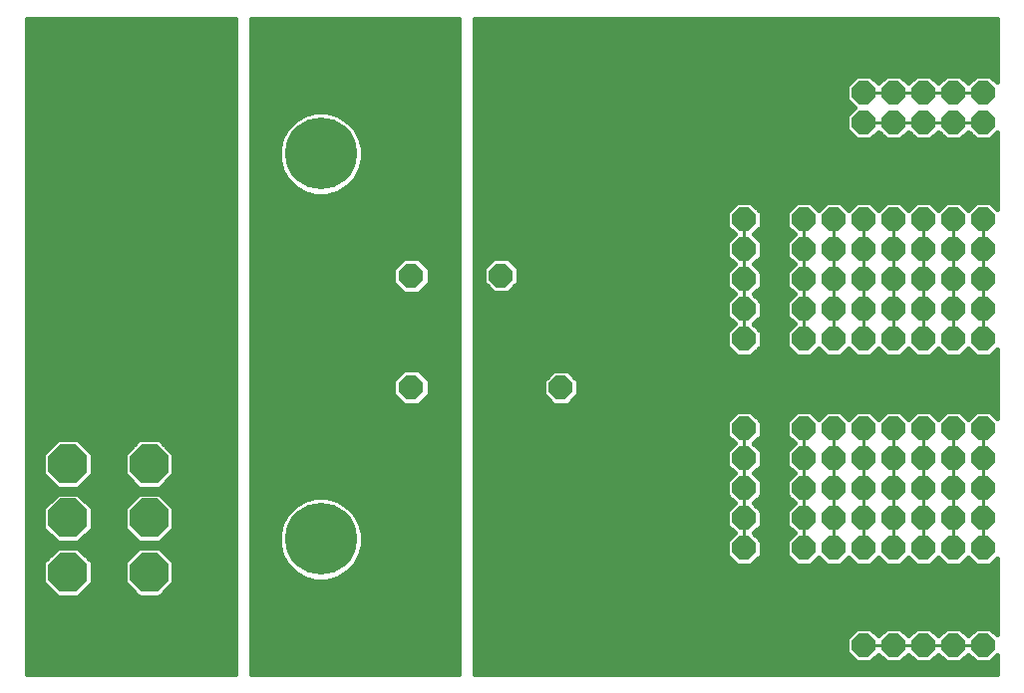
<source format=gbl>
G75*
%MOIN*%
%OFA0B0*%
%FSLAX25Y25*%
%IPPOS*%
%LPD*%
%AMOC8*
5,1,8,0,0,1.08239X$1,22.5*
%
%ADD10OC8,0.08000*%
%ADD11OC8,0.07000*%
%ADD12OC8,0.13000*%
%ADD13OC8,0.09750*%
%ADD14C,0.24000*%
%ADD15C,0.06000*%
%ADD16C,0.01600*%
%ADD17C,0.01000*%
D10*
X0142500Y0101500D03*
X0152500Y0101500D03*
X0172500Y0101500D03*
X0192500Y0101500D03*
X0243750Y0087750D03*
X0253750Y0087750D03*
X0253750Y0077750D03*
X0243750Y0077750D03*
X0243750Y0067750D03*
X0253750Y0067750D03*
X0253750Y0057750D03*
X0243750Y0057750D03*
X0243750Y0047750D03*
X0253750Y0047750D03*
X0273750Y0047750D03*
X0283750Y0047750D03*
X0293750Y0047750D03*
X0303750Y0047750D03*
X0313750Y0047750D03*
X0323750Y0047750D03*
X0333750Y0047750D03*
X0333750Y0057750D03*
X0323750Y0057750D03*
X0313750Y0057750D03*
X0303750Y0057750D03*
X0293750Y0057750D03*
X0283750Y0057750D03*
X0273750Y0057750D03*
X0273750Y0067750D03*
X0283750Y0067750D03*
X0293750Y0067750D03*
X0303750Y0067750D03*
X0313750Y0067750D03*
X0323750Y0067750D03*
X0333750Y0067750D03*
X0333750Y0077750D03*
X0323750Y0077750D03*
X0313750Y0077750D03*
X0303750Y0077750D03*
X0293750Y0077750D03*
X0283750Y0077750D03*
X0273750Y0077750D03*
X0273750Y0087750D03*
X0283750Y0087750D03*
X0293750Y0087750D03*
X0303750Y0087750D03*
X0313750Y0087750D03*
X0323750Y0087750D03*
X0333750Y0087750D03*
X0333750Y0117750D03*
X0323750Y0117750D03*
X0313750Y0117750D03*
X0303750Y0117750D03*
X0293750Y0117750D03*
X0283750Y0117750D03*
X0273750Y0117750D03*
X0273750Y0127750D03*
X0283750Y0127750D03*
X0293750Y0127750D03*
X0303750Y0127750D03*
X0313750Y0127750D03*
X0323750Y0127750D03*
X0333750Y0127750D03*
X0333750Y0137750D03*
X0323750Y0137750D03*
X0313750Y0137750D03*
X0303750Y0137750D03*
X0293750Y0137750D03*
X0283750Y0137750D03*
X0273750Y0137750D03*
X0273750Y0147750D03*
X0283750Y0147750D03*
X0293750Y0147750D03*
X0303750Y0147750D03*
X0313750Y0147750D03*
X0323750Y0147750D03*
X0333750Y0147750D03*
X0333750Y0157750D03*
X0323750Y0157750D03*
X0313750Y0157750D03*
X0303750Y0157750D03*
X0293750Y0157750D03*
X0283750Y0157750D03*
X0273750Y0157750D03*
X0253750Y0157750D03*
X0243750Y0157750D03*
X0243750Y0147750D03*
X0253750Y0147750D03*
X0253750Y0137750D03*
X0243750Y0137750D03*
X0243750Y0127750D03*
X0253750Y0127750D03*
X0253750Y0117750D03*
X0243750Y0117750D03*
X0192500Y0139000D03*
X0172500Y0139000D03*
X0152500Y0139000D03*
X0142500Y0139000D03*
X0293750Y0190250D03*
X0303750Y0190250D03*
X0313750Y0190250D03*
X0323750Y0190250D03*
X0333750Y0190250D03*
X0333750Y0200250D03*
X0323750Y0200250D03*
X0313750Y0200250D03*
X0303750Y0200250D03*
X0293750Y0200250D03*
X0293750Y0025250D03*
X0303750Y0025250D03*
X0313750Y0025250D03*
X0323750Y0025250D03*
X0333750Y0025250D03*
X0333750Y0015250D03*
X0323750Y0015250D03*
X0313750Y0015250D03*
X0303750Y0015250D03*
X0293750Y0015250D03*
D11*
X0026407Y0158518D03*
X0016959Y0159935D03*
X0016959Y0185565D03*
X0026407Y0186982D03*
D12*
X0027650Y0075850D03*
X0027650Y0057750D03*
X0054850Y0057750D03*
X0054850Y0075850D03*
X0054850Y0039650D03*
X0027650Y0039650D03*
D13*
X0022150Y0012750D03*
X0060350Y0012750D03*
X0060350Y0102750D03*
X0022150Y0102750D03*
D14*
X0112250Y0050750D03*
X0112250Y0179750D03*
D15*
X0123750Y0160250D03*
X0123750Y0145250D03*
X0108750Y0145250D03*
X0095000Y0147750D03*
X0077500Y0147750D03*
X0053750Y0147750D03*
X0053750Y0132750D03*
X0053750Y0117750D03*
X0125000Y0085250D03*
X0125000Y0070250D03*
X0151250Y0074000D03*
X0170000Y0059000D03*
X0182500Y0062750D03*
X0182500Y0077750D03*
X0182500Y0047750D03*
X0223750Y0044000D03*
X0223750Y0029000D03*
X0223750Y0014000D03*
X0128750Y0107750D03*
X0128750Y0122750D03*
X0183750Y0151500D03*
X0183750Y0166500D03*
X0183750Y0181500D03*
X0211250Y0185250D03*
X0211250Y0200250D03*
X0211250Y0215250D03*
X0291250Y0216500D03*
X0291250Y0172750D03*
X0056250Y0182750D03*
D16*
X0014050Y0224950D02*
X0014050Y0005550D01*
X0083750Y0005550D01*
X0083750Y0224950D01*
X0014050Y0224950D01*
X0014050Y0224943D02*
X0083750Y0224943D01*
X0083750Y0223345D02*
X0014050Y0223345D01*
X0014050Y0221746D02*
X0083750Y0221746D01*
X0083750Y0220148D02*
X0014050Y0220148D01*
X0014050Y0218549D02*
X0083750Y0218549D01*
X0083750Y0216951D02*
X0014050Y0216951D01*
X0014050Y0215352D02*
X0083750Y0215352D01*
X0083750Y0213753D02*
X0014050Y0213753D01*
X0014050Y0212155D02*
X0083750Y0212155D01*
X0083750Y0210556D02*
X0014050Y0210556D01*
X0014050Y0208958D02*
X0083750Y0208958D01*
X0083750Y0207359D02*
X0014050Y0207359D01*
X0014050Y0205761D02*
X0083750Y0205761D01*
X0083750Y0204162D02*
X0014050Y0204162D01*
X0014050Y0202564D02*
X0083750Y0202564D01*
X0083750Y0200965D02*
X0014050Y0200965D01*
X0014050Y0199367D02*
X0083750Y0199367D01*
X0083750Y0197768D02*
X0014050Y0197768D01*
X0014050Y0196170D02*
X0083750Y0196170D01*
X0083750Y0194571D02*
X0014050Y0194571D01*
X0014050Y0192973D02*
X0083750Y0192973D01*
X0083750Y0191374D02*
X0014050Y0191374D01*
X0014050Y0189776D02*
X0083750Y0189776D01*
X0083750Y0188177D02*
X0014050Y0188177D01*
X0014050Y0186579D02*
X0083750Y0186579D01*
X0083750Y0184980D02*
X0014050Y0184980D01*
X0014050Y0183382D02*
X0083750Y0183382D01*
X0083750Y0181783D02*
X0014050Y0181783D01*
X0014050Y0180185D02*
X0083750Y0180185D01*
X0083750Y0178586D02*
X0014050Y0178586D01*
X0014050Y0176988D02*
X0083750Y0176988D01*
X0083750Y0175389D02*
X0014050Y0175389D01*
X0014050Y0173791D02*
X0083750Y0173791D01*
X0083750Y0172192D02*
X0014050Y0172192D01*
X0014050Y0170594D02*
X0083750Y0170594D01*
X0083750Y0168995D02*
X0014050Y0168995D01*
X0014050Y0167397D02*
X0083750Y0167397D01*
X0083750Y0165798D02*
X0014050Y0165798D01*
X0014050Y0164200D02*
X0083750Y0164200D01*
X0083750Y0162601D02*
X0014050Y0162601D01*
X0014050Y0161003D02*
X0083750Y0161003D01*
X0083750Y0159404D02*
X0014050Y0159404D01*
X0014050Y0157806D02*
X0083750Y0157806D01*
X0083750Y0156207D02*
X0014050Y0156207D01*
X0014050Y0154609D02*
X0083750Y0154609D01*
X0083750Y0153010D02*
X0014050Y0153010D01*
X0014050Y0151412D02*
X0083750Y0151412D01*
X0083750Y0149813D02*
X0014050Y0149813D01*
X0014050Y0148215D02*
X0083750Y0148215D01*
X0083750Y0146616D02*
X0014050Y0146616D01*
X0014050Y0145018D02*
X0083750Y0145018D01*
X0083750Y0143419D02*
X0014050Y0143419D01*
X0014050Y0141820D02*
X0083750Y0141820D01*
X0083750Y0140222D02*
X0014050Y0140222D01*
X0014050Y0138623D02*
X0083750Y0138623D01*
X0083750Y0137025D02*
X0014050Y0137025D01*
X0014050Y0135426D02*
X0083750Y0135426D01*
X0083750Y0133828D02*
X0014050Y0133828D01*
X0014050Y0132229D02*
X0083750Y0132229D01*
X0083750Y0130631D02*
X0014050Y0130631D01*
X0014050Y0129032D02*
X0083750Y0129032D01*
X0083750Y0127434D02*
X0014050Y0127434D01*
X0014050Y0125835D02*
X0083750Y0125835D01*
X0083750Y0124237D02*
X0014050Y0124237D01*
X0014050Y0122638D02*
X0083750Y0122638D01*
X0083750Y0121040D02*
X0014050Y0121040D01*
X0014050Y0119441D02*
X0083750Y0119441D01*
X0083750Y0117843D02*
X0014050Y0117843D01*
X0014050Y0116244D02*
X0083750Y0116244D01*
X0083750Y0114646D02*
X0014050Y0114646D01*
X0014050Y0113047D02*
X0083750Y0113047D01*
X0083750Y0111449D02*
X0014050Y0111449D01*
X0014050Y0109850D02*
X0083750Y0109850D01*
X0083750Y0108252D02*
X0014050Y0108252D01*
X0014050Y0106653D02*
X0083750Y0106653D01*
X0083750Y0105055D02*
X0014050Y0105055D01*
X0014050Y0103456D02*
X0083750Y0103456D01*
X0083750Y0101858D02*
X0014050Y0101858D01*
X0014050Y0100259D02*
X0083750Y0100259D01*
X0083750Y0098661D02*
X0014050Y0098661D01*
X0014050Y0097062D02*
X0083750Y0097062D01*
X0083750Y0095464D02*
X0014050Y0095464D01*
X0014050Y0093865D02*
X0083750Y0093865D01*
X0083750Y0092267D02*
X0014050Y0092267D01*
X0014050Y0090668D02*
X0083750Y0090668D01*
X0083750Y0089070D02*
X0014050Y0089070D01*
X0014050Y0087471D02*
X0083750Y0087471D01*
X0083750Y0085873D02*
X0014050Y0085873D01*
X0014050Y0084274D02*
X0083750Y0084274D01*
X0083750Y0082676D02*
X0059762Y0082676D01*
X0058288Y0084150D02*
X0051412Y0084150D01*
X0046550Y0079288D01*
X0046550Y0072412D01*
X0051412Y0067550D01*
X0058288Y0067550D01*
X0063150Y0072412D01*
X0063150Y0079288D01*
X0058288Y0084150D01*
X0061361Y0081077D02*
X0083750Y0081077D01*
X0083750Y0079479D02*
X0062959Y0079479D01*
X0063150Y0077880D02*
X0083750Y0077880D01*
X0083750Y0076282D02*
X0063150Y0076282D01*
X0063150Y0074683D02*
X0083750Y0074683D01*
X0083750Y0073084D02*
X0063150Y0073084D01*
X0062224Y0071486D02*
X0083750Y0071486D01*
X0083750Y0069887D02*
X0060625Y0069887D01*
X0059027Y0068289D02*
X0083750Y0068289D01*
X0083750Y0066690D02*
X0014050Y0066690D01*
X0014050Y0065092D02*
X0023254Y0065092D01*
X0024212Y0066050D02*
X0019350Y0061188D01*
X0019350Y0054312D01*
X0024212Y0049450D01*
X0031088Y0049450D01*
X0035950Y0054312D01*
X0035950Y0061188D01*
X0031088Y0066050D01*
X0024212Y0066050D01*
X0024212Y0067550D02*
X0031088Y0067550D01*
X0035950Y0072412D01*
X0035950Y0079288D01*
X0031088Y0084150D01*
X0024212Y0084150D01*
X0019350Y0079288D01*
X0019350Y0072412D01*
X0024212Y0067550D01*
X0023473Y0068289D02*
X0014050Y0068289D01*
X0014050Y0069887D02*
X0021875Y0069887D01*
X0020276Y0071486D02*
X0014050Y0071486D01*
X0014050Y0073084D02*
X0019350Y0073084D01*
X0019350Y0074683D02*
X0014050Y0074683D01*
X0014050Y0076282D02*
X0019350Y0076282D01*
X0019350Y0077880D02*
X0014050Y0077880D01*
X0014050Y0079479D02*
X0019541Y0079479D01*
X0021139Y0081077D02*
X0014050Y0081077D01*
X0014050Y0082676D02*
X0022738Y0082676D01*
X0032562Y0082676D02*
X0049938Y0082676D01*
X0048339Y0081077D02*
X0034161Y0081077D01*
X0035759Y0079479D02*
X0046741Y0079479D01*
X0046550Y0077880D02*
X0035950Y0077880D01*
X0035950Y0076282D02*
X0046550Y0076282D01*
X0046550Y0074683D02*
X0035950Y0074683D01*
X0035950Y0073084D02*
X0046550Y0073084D01*
X0047476Y0071486D02*
X0035024Y0071486D01*
X0033425Y0069887D02*
X0049075Y0069887D01*
X0050673Y0068289D02*
X0031827Y0068289D01*
X0032046Y0065092D02*
X0050454Y0065092D01*
X0051412Y0066050D02*
X0046550Y0061188D01*
X0046550Y0054312D01*
X0051412Y0049450D01*
X0058288Y0049450D01*
X0063150Y0054312D01*
X0063150Y0061188D01*
X0058288Y0066050D01*
X0051412Y0066050D01*
X0048855Y0063493D02*
X0033645Y0063493D01*
X0035243Y0061895D02*
X0047257Y0061895D01*
X0046550Y0060296D02*
X0035950Y0060296D01*
X0035950Y0058698D02*
X0046550Y0058698D01*
X0046550Y0057099D02*
X0035950Y0057099D01*
X0035950Y0055501D02*
X0046550Y0055501D01*
X0046960Y0053902D02*
X0035540Y0053902D01*
X0033942Y0052304D02*
X0048558Y0052304D01*
X0050157Y0050705D02*
X0032343Y0050705D01*
X0031088Y0047950D02*
X0024212Y0047950D01*
X0019350Y0043088D01*
X0019350Y0036212D01*
X0024212Y0031350D01*
X0031088Y0031350D01*
X0035950Y0036212D01*
X0035950Y0043088D01*
X0031088Y0047950D01*
X0031530Y0047508D02*
X0050970Y0047508D01*
X0051412Y0047950D02*
X0046550Y0043088D01*
X0046550Y0036212D01*
X0051412Y0031350D01*
X0058288Y0031350D01*
X0063150Y0036212D01*
X0063150Y0043088D01*
X0058288Y0047950D01*
X0051412Y0047950D01*
X0049372Y0045910D02*
X0033128Y0045910D01*
X0034727Y0044311D02*
X0047773Y0044311D01*
X0046550Y0042713D02*
X0035950Y0042713D01*
X0035950Y0041114D02*
X0046550Y0041114D01*
X0046550Y0039516D02*
X0035950Y0039516D01*
X0035950Y0037917D02*
X0046550Y0037917D01*
X0046550Y0036319D02*
X0035950Y0036319D01*
X0034458Y0034720D02*
X0048042Y0034720D01*
X0049640Y0033122D02*
X0032860Y0033122D01*
X0031261Y0031523D02*
X0051239Y0031523D01*
X0058461Y0031523D02*
X0083750Y0031523D01*
X0083750Y0029925D02*
X0014050Y0029925D01*
X0014050Y0031523D02*
X0024039Y0031523D01*
X0022440Y0033122D02*
X0014050Y0033122D01*
X0014050Y0034720D02*
X0020842Y0034720D01*
X0019350Y0036319D02*
X0014050Y0036319D01*
X0014050Y0037917D02*
X0019350Y0037917D01*
X0019350Y0039516D02*
X0014050Y0039516D01*
X0014050Y0041114D02*
X0019350Y0041114D01*
X0019350Y0042713D02*
X0014050Y0042713D01*
X0014050Y0044311D02*
X0020573Y0044311D01*
X0022172Y0045910D02*
X0014050Y0045910D01*
X0014050Y0047508D02*
X0023770Y0047508D01*
X0022957Y0050705D02*
X0014050Y0050705D01*
X0014050Y0049107D02*
X0083750Y0049107D01*
X0083750Y0050705D02*
X0059543Y0050705D01*
X0061142Y0052304D02*
X0083750Y0052304D01*
X0083750Y0053902D02*
X0062740Y0053902D01*
X0063150Y0055501D02*
X0083750Y0055501D01*
X0083750Y0057099D02*
X0063150Y0057099D01*
X0063150Y0058698D02*
X0083750Y0058698D01*
X0083750Y0060296D02*
X0063150Y0060296D01*
X0062443Y0061895D02*
X0083750Y0061895D01*
X0083750Y0063493D02*
X0060845Y0063493D01*
X0059246Y0065092D02*
X0083750Y0065092D01*
X0083750Y0047508D02*
X0058730Y0047508D01*
X0060328Y0045910D02*
X0083750Y0045910D01*
X0083750Y0044311D02*
X0061927Y0044311D01*
X0063150Y0042713D02*
X0083750Y0042713D01*
X0083750Y0041114D02*
X0063150Y0041114D01*
X0063150Y0039516D02*
X0083750Y0039516D01*
X0083750Y0037917D02*
X0063150Y0037917D01*
X0063150Y0036319D02*
X0083750Y0036319D01*
X0083750Y0034720D02*
X0061658Y0034720D01*
X0060060Y0033122D02*
X0083750Y0033122D01*
X0083750Y0028326D02*
X0014050Y0028326D01*
X0014050Y0026728D02*
X0083750Y0026728D01*
X0083750Y0025129D02*
X0014050Y0025129D01*
X0014050Y0023531D02*
X0083750Y0023531D01*
X0083750Y0021932D02*
X0014050Y0021932D01*
X0014050Y0020334D02*
X0083750Y0020334D01*
X0083750Y0018735D02*
X0014050Y0018735D01*
X0014050Y0017137D02*
X0083750Y0017137D01*
X0083750Y0015538D02*
X0014050Y0015538D01*
X0014050Y0013940D02*
X0083750Y0013940D01*
X0083750Y0012341D02*
X0014050Y0012341D01*
X0014050Y0010743D02*
X0083750Y0010743D01*
X0083750Y0009144D02*
X0014050Y0009144D01*
X0014050Y0007546D02*
X0083750Y0007546D01*
X0083750Y0005947D02*
X0014050Y0005947D01*
X0014050Y0052304D02*
X0021358Y0052304D01*
X0019760Y0053902D02*
X0014050Y0053902D01*
X0014050Y0055501D02*
X0019350Y0055501D01*
X0019350Y0057099D02*
X0014050Y0057099D01*
X0014050Y0058698D02*
X0019350Y0058698D01*
X0019350Y0060296D02*
X0014050Y0060296D01*
X0014050Y0061895D02*
X0020057Y0061895D01*
X0021655Y0063493D02*
X0014050Y0063493D01*
X0163750Y0063493D02*
X0249804Y0063493D01*
X0250548Y0062750D02*
X0247950Y0060152D01*
X0247950Y0055348D01*
X0250548Y0052750D01*
X0247950Y0050152D01*
X0247950Y0045348D01*
X0251348Y0041950D01*
X0256152Y0041950D01*
X0259550Y0045348D01*
X0259550Y0050152D01*
X0256952Y0052750D01*
X0259550Y0055348D01*
X0259550Y0060152D01*
X0256952Y0062750D01*
X0259550Y0065348D01*
X0259550Y0070152D01*
X0256952Y0072750D01*
X0259550Y0075348D01*
X0259550Y0080152D01*
X0256952Y0082750D01*
X0259550Y0085348D01*
X0259550Y0090152D01*
X0256152Y0093550D01*
X0251348Y0093550D01*
X0247950Y0090152D01*
X0247950Y0085348D01*
X0250548Y0082750D01*
X0247950Y0080152D01*
X0247950Y0075348D01*
X0250548Y0072750D01*
X0247950Y0070152D01*
X0247950Y0065348D01*
X0250548Y0062750D01*
X0249693Y0061895D02*
X0163750Y0061895D01*
X0163750Y0060296D02*
X0248094Y0060296D01*
X0247950Y0058698D02*
X0163750Y0058698D01*
X0163750Y0057099D02*
X0247950Y0057099D01*
X0247950Y0055501D02*
X0163750Y0055501D01*
X0163750Y0053902D02*
X0249395Y0053902D01*
X0250101Y0052304D02*
X0163750Y0052304D01*
X0163750Y0050705D02*
X0248503Y0050705D01*
X0247950Y0049107D02*
X0163750Y0049107D01*
X0163750Y0047508D02*
X0247950Y0047508D01*
X0247950Y0045910D02*
X0163750Y0045910D01*
X0163750Y0044311D02*
X0248986Y0044311D01*
X0250585Y0042713D02*
X0163750Y0042713D01*
X0163750Y0041114D02*
X0338450Y0041114D01*
X0338450Y0039516D02*
X0163750Y0039516D01*
X0163750Y0037917D02*
X0338450Y0037917D01*
X0338450Y0036319D02*
X0163750Y0036319D01*
X0163750Y0034720D02*
X0338450Y0034720D01*
X0338450Y0033122D02*
X0163750Y0033122D01*
X0163750Y0031523D02*
X0338450Y0031523D01*
X0338450Y0029925D02*
X0163750Y0029925D01*
X0163750Y0028326D02*
X0338450Y0028326D01*
X0338450Y0026728D02*
X0163750Y0026728D01*
X0163750Y0025129D02*
X0338450Y0025129D01*
X0338450Y0023531D02*
X0163750Y0023531D01*
X0163750Y0021932D02*
X0338450Y0021932D01*
X0338450Y0020334D02*
X0336869Y0020334D01*
X0336152Y0021050D02*
X0338450Y0018752D01*
X0338450Y0044248D01*
X0336152Y0041950D01*
X0331348Y0041950D01*
X0328750Y0044548D01*
X0326152Y0041950D01*
X0321348Y0041950D01*
X0318750Y0044548D01*
X0316152Y0041950D01*
X0311348Y0041950D01*
X0308750Y0044548D01*
X0306152Y0041950D01*
X0301348Y0041950D01*
X0298750Y0044548D01*
X0296152Y0041950D01*
X0291348Y0041950D01*
X0288750Y0044548D01*
X0286152Y0041950D01*
X0281348Y0041950D01*
X0278750Y0044548D01*
X0276152Y0041950D01*
X0271348Y0041950D01*
X0267950Y0045348D01*
X0267950Y0050152D01*
X0270548Y0052750D01*
X0267950Y0055348D01*
X0267950Y0060152D01*
X0270548Y0062750D01*
X0267950Y0065348D01*
X0267950Y0070152D01*
X0270548Y0072750D01*
X0267950Y0075348D01*
X0267950Y0080152D01*
X0270548Y0082750D01*
X0267950Y0085348D01*
X0267950Y0090152D01*
X0271348Y0093550D01*
X0276152Y0093550D01*
X0278750Y0090952D01*
X0281348Y0093550D01*
X0286152Y0093550D01*
X0288750Y0090952D01*
X0291348Y0093550D01*
X0296152Y0093550D01*
X0298750Y0090952D01*
X0301348Y0093550D01*
X0306152Y0093550D01*
X0308750Y0090952D01*
X0311348Y0093550D01*
X0316152Y0093550D01*
X0318750Y0090952D01*
X0321348Y0093550D01*
X0326152Y0093550D01*
X0328750Y0090952D01*
X0331348Y0093550D01*
X0336152Y0093550D01*
X0338450Y0091252D01*
X0338450Y0114248D01*
X0336152Y0111950D01*
X0331348Y0111950D01*
X0328750Y0114548D01*
X0326152Y0111950D01*
X0321348Y0111950D01*
X0318750Y0114548D01*
X0316152Y0111950D01*
X0311348Y0111950D01*
X0308750Y0114548D01*
X0306152Y0111950D01*
X0301348Y0111950D01*
X0298750Y0114548D01*
X0296152Y0111950D01*
X0291348Y0111950D01*
X0288750Y0114548D01*
X0286152Y0111950D01*
X0281348Y0111950D01*
X0278750Y0114548D01*
X0276152Y0111950D01*
X0271348Y0111950D01*
X0267950Y0115348D01*
X0267950Y0120152D01*
X0270548Y0122750D01*
X0267950Y0125348D01*
X0267950Y0130152D01*
X0270548Y0132750D01*
X0267950Y0135348D01*
X0267950Y0140152D01*
X0270548Y0142750D01*
X0267950Y0145348D01*
X0267950Y0150152D01*
X0270548Y0152750D01*
X0267950Y0155348D01*
X0267950Y0160152D01*
X0271348Y0163550D01*
X0276152Y0163550D01*
X0278750Y0160952D01*
X0281348Y0163550D01*
X0286152Y0163550D01*
X0288750Y0160952D01*
X0291348Y0163550D01*
X0296152Y0163550D01*
X0298750Y0160952D01*
X0301348Y0163550D01*
X0306152Y0163550D01*
X0308750Y0160952D01*
X0311348Y0163550D01*
X0316152Y0163550D01*
X0318750Y0160952D01*
X0321348Y0163550D01*
X0326152Y0163550D01*
X0328750Y0160952D01*
X0331348Y0163550D01*
X0336152Y0163550D01*
X0338450Y0161252D01*
X0338450Y0186748D01*
X0336152Y0184450D01*
X0331348Y0184450D01*
X0328750Y0187048D01*
X0326152Y0184450D01*
X0321348Y0184450D01*
X0318750Y0187048D01*
X0316152Y0184450D01*
X0311348Y0184450D01*
X0308750Y0187048D01*
X0306152Y0184450D01*
X0301348Y0184450D01*
X0298750Y0187048D01*
X0296152Y0184450D01*
X0291348Y0184450D01*
X0287950Y0187848D01*
X0287950Y0192652D01*
X0290548Y0195250D01*
X0287950Y0197848D01*
X0287950Y0202652D01*
X0291348Y0206050D01*
X0296152Y0206050D01*
X0298750Y0203452D01*
X0301348Y0206050D01*
X0306152Y0206050D01*
X0308750Y0203452D01*
X0311348Y0206050D01*
X0316152Y0206050D01*
X0318750Y0203452D01*
X0321348Y0206050D01*
X0326152Y0206050D01*
X0328750Y0203452D01*
X0331348Y0206050D01*
X0336152Y0206050D01*
X0338450Y0203752D01*
X0338450Y0224950D01*
X0163750Y0224950D01*
X0163750Y0005550D01*
X0338450Y0005550D01*
X0338450Y0011748D01*
X0336152Y0009450D01*
X0331348Y0009450D01*
X0328750Y0012048D01*
X0326152Y0009450D01*
X0321348Y0009450D01*
X0318750Y0012048D01*
X0316152Y0009450D01*
X0311348Y0009450D01*
X0308750Y0012048D01*
X0306152Y0009450D01*
X0301348Y0009450D01*
X0298750Y0012048D01*
X0296152Y0009450D01*
X0291348Y0009450D01*
X0287950Y0012848D01*
X0287950Y0017652D01*
X0291348Y0021050D01*
X0296152Y0021050D01*
X0298750Y0018452D01*
X0301348Y0021050D01*
X0306152Y0021050D01*
X0308750Y0018452D01*
X0311348Y0021050D01*
X0316152Y0021050D01*
X0318750Y0018452D01*
X0321348Y0021050D01*
X0326152Y0021050D01*
X0328750Y0018452D01*
X0331348Y0021050D01*
X0336152Y0021050D01*
X0330631Y0020334D02*
X0326869Y0020334D01*
X0328467Y0018735D02*
X0329033Y0018735D01*
X0320631Y0020334D02*
X0316869Y0020334D01*
X0318467Y0018735D02*
X0319033Y0018735D01*
X0310631Y0020334D02*
X0306869Y0020334D01*
X0308467Y0018735D02*
X0309033Y0018735D01*
X0300631Y0020334D02*
X0296869Y0020334D01*
X0298467Y0018735D02*
X0299033Y0018735D01*
X0290631Y0020334D02*
X0163750Y0020334D01*
X0163750Y0018735D02*
X0289033Y0018735D01*
X0287950Y0017137D02*
X0163750Y0017137D01*
X0163750Y0015538D02*
X0287950Y0015538D01*
X0287950Y0013940D02*
X0163750Y0013940D01*
X0163750Y0012341D02*
X0288456Y0012341D01*
X0290055Y0010743D02*
X0163750Y0010743D01*
X0163750Y0009144D02*
X0338450Y0009144D01*
X0338450Y0007546D02*
X0163750Y0007546D01*
X0163750Y0005947D02*
X0338450Y0005947D01*
X0338450Y0010743D02*
X0337445Y0010743D01*
X0330055Y0010743D02*
X0327445Y0010743D01*
X0320055Y0010743D02*
X0317445Y0010743D01*
X0310055Y0010743D02*
X0307445Y0010743D01*
X0300055Y0010743D02*
X0297445Y0010743D01*
X0296915Y0042713D02*
X0300585Y0042713D01*
X0298986Y0044311D02*
X0298514Y0044311D01*
X0306915Y0042713D02*
X0310585Y0042713D01*
X0308986Y0044311D02*
X0308514Y0044311D01*
X0316915Y0042713D02*
X0320585Y0042713D01*
X0318986Y0044311D02*
X0318514Y0044311D01*
X0326915Y0042713D02*
X0330585Y0042713D01*
X0328986Y0044311D02*
X0328514Y0044311D01*
X0336915Y0042713D02*
X0338450Y0042713D01*
X0290585Y0042713D02*
X0286915Y0042713D01*
X0288514Y0044311D02*
X0288986Y0044311D01*
X0280585Y0042713D02*
X0276915Y0042713D01*
X0278514Y0044311D02*
X0278986Y0044311D01*
X0270585Y0042713D02*
X0256915Y0042713D01*
X0258514Y0044311D02*
X0268986Y0044311D01*
X0267950Y0045910D02*
X0259550Y0045910D01*
X0259550Y0047508D02*
X0267950Y0047508D01*
X0267950Y0049107D02*
X0259550Y0049107D01*
X0258997Y0050705D02*
X0268503Y0050705D01*
X0270101Y0052304D02*
X0257399Y0052304D01*
X0258105Y0053902D02*
X0269395Y0053902D01*
X0267950Y0055501D02*
X0259550Y0055501D01*
X0259550Y0057099D02*
X0267950Y0057099D01*
X0267950Y0058698D02*
X0259550Y0058698D01*
X0259406Y0060296D02*
X0268094Y0060296D01*
X0269693Y0061895D02*
X0257807Y0061895D01*
X0257696Y0063493D02*
X0269804Y0063493D01*
X0268206Y0065092D02*
X0259294Y0065092D01*
X0259550Y0066690D02*
X0267950Y0066690D01*
X0267950Y0068289D02*
X0259550Y0068289D01*
X0259550Y0069887D02*
X0267950Y0069887D01*
X0269284Y0071486D02*
X0258216Y0071486D01*
X0257287Y0073084D02*
X0270213Y0073084D01*
X0268615Y0074683D02*
X0258885Y0074683D01*
X0259550Y0076282D02*
X0267950Y0076282D01*
X0267950Y0077880D02*
X0259550Y0077880D01*
X0259550Y0079479D02*
X0267950Y0079479D01*
X0268875Y0081077D02*
X0258625Y0081077D01*
X0257027Y0082676D02*
X0270473Y0082676D01*
X0269023Y0084274D02*
X0258477Y0084274D01*
X0259550Y0085873D02*
X0267950Y0085873D01*
X0267950Y0087471D02*
X0259550Y0087471D01*
X0259550Y0089070D02*
X0267950Y0089070D01*
X0268466Y0090668D02*
X0259034Y0090668D01*
X0257436Y0092267D02*
X0270064Y0092267D01*
X0277436Y0092267D02*
X0280064Y0092267D01*
X0287436Y0092267D02*
X0290064Y0092267D01*
X0297436Y0092267D02*
X0300064Y0092267D01*
X0307436Y0092267D02*
X0310064Y0092267D01*
X0317436Y0092267D02*
X0320064Y0092267D01*
X0327436Y0092267D02*
X0330064Y0092267D01*
X0337436Y0092267D02*
X0338450Y0092267D01*
X0338450Y0093865D02*
X0163750Y0093865D01*
X0163750Y0092267D02*
X0250064Y0092267D01*
X0248466Y0090668D02*
X0163750Y0090668D01*
X0163750Y0089070D02*
X0247950Y0089070D01*
X0247950Y0087471D02*
X0163750Y0087471D01*
X0163750Y0085873D02*
X0247950Y0085873D01*
X0249023Y0084274D02*
X0163750Y0084274D01*
X0163750Y0082676D02*
X0250473Y0082676D01*
X0248875Y0081077D02*
X0163750Y0081077D01*
X0163750Y0079479D02*
X0247950Y0079479D01*
X0247950Y0077880D02*
X0163750Y0077880D01*
X0163750Y0076282D02*
X0247950Y0076282D01*
X0248615Y0074683D02*
X0163750Y0074683D01*
X0163750Y0073084D02*
X0250213Y0073084D01*
X0249284Y0071486D02*
X0163750Y0071486D01*
X0163750Y0069887D02*
X0247950Y0069887D01*
X0247950Y0068289D02*
X0163750Y0068289D01*
X0163750Y0066690D02*
X0247950Y0066690D01*
X0248206Y0065092D02*
X0163750Y0065092D01*
X0163750Y0095464D02*
X0338450Y0095464D01*
X0338450Y0097062D02*
X0196265Y0097062D01*
X0194902Y0095700D02*
X0198300Y0099098D01*
X0198300Y0103902D01*
X0194902Y0107300D01*
X0190098Y0107300D01*
X0186700Y0103902D01*
X0186700Y0099098D01*
X0190098Y0095700D01*
X0194902Y0095700D01*
X0197863Y0098661D02*
X0338450Y0098661D01*
X0338450Y0100259D02*
X0198300Y0100259D01*
X0198300Y0101858D02*
X0338450Y0101858D01*
X0338450Y0103456D02*
X0198300Y0103456D01*
X0197148Y0105055D02*
X0338450Y0105055D01*
X0338450Y0106653D02*
X0195549Y0106653D01*
X0189451Y0106653D02*
X0163750Y0106653D01*
X0163750Y0105055D02*
X0187852Y0105055D01*
X0186700Y0103456D02*
X0163750Y0103456D01*
X0163750Y0101858D02*
X0186700Y0101858D01*
X0186700Y0100259D02*
X0163750Y0100259D01*
X0163750Y0098661D02*
X0187137Y0098661D01*
X0188735Y0097062D02*
X0163750Y0097062D01*
X0163750Y0108252D02*
X0338450Y0108252D01*
X0338450Y0109850D02*
X0163750Y0109850D01*
X0163750Y0111449D02*
X0338450Y0111449D01*
X0338450Y0113047D02*
X0337250Y0113047D01*
X0330250Y0113047D02*
X0327250Y0113047D01*
X0320250Y0113047D02*
X0317250Y0113047D01*
X0310250Y0113047D02*
X0307250Y0113047D01*
X0300250Y0113047D02*
X0297250Y0113047D01*
X0290250Y0113047D02*
X0287250Y0113047D01*
X0280250Y0113047D02*
X0277250Y0113047D01*
X0270250Y0113047D02*
X0257250Y0113047D01*
X0256152Y0111950D02*
X0251348Y0111950D01*
X0247950Y0115348D01*
X0247950Y0120152D01*
X0250548Y0122750D01*
X0247950Y0125348D01*
X0247950Y0130152D01*
X0250548Y0132750D01*
X0247950Y0135348D01*
X0247950Y0140152D01*
X0250548Y0142750D01*
X0247950Y0145348D01*
X0247950Y0150152D01*
X0250548Y0152750D01*
X0247950Y0155348D01*
X0247950Y0160152D01*
X0251348Y0163550D01*
X0256152Y0163550D01*
X0259550Y0160152D01*
X0259550Y0155348D01*
X0256952Y0152750D01*
X0259550Y0150152D01*
X0259550Y0145348D01*
X0256952Y0142750D01*
X0259550Y0140152D01*
X0259550Y0135348D01*
X0256952Y0132750D01*
X0259550Y0130152D01*
X0259550Y0125348D01*
X0256952Y0122750D01*
X0259550Y0120152D01*
X0259550Y0115348D01*
X0256152Y0111950D01*
X0258848Y0114646D02*
X0268652Y0114646D01*
X0267950Y0116244D02*
X0259550Y0116244D01*
X0259550Y0117843D02*
X0267950Y0117843D01*
X0267950Y0119441D02*
X0259550Y0119441D01*
X0258663Y0121040D02*
X0268837Y0121040D01*
X0270436Y0122638D02*
X0257064Y0122638D01*
X0258439Y0124237D02*
X0269061Y0124237D01*
X0267950Y0125835D02*
X0259550Y0125835D01*
X0259550Y0127434D02*
X0267950Y0127434D01*
X0267950Y0129032D02*
X0259550Y0129032D01*
X0259072Y0130631D02*
X0268428Y0130631D01*
X0270027Y0132229D02*
X0257473Y0132229D01*
X0258030Y0133828D02*
X0269470Y0133828D01*
X0267950Y0135426D02*
X0259550Y0135426D01*
X0259550Y0137025D02*
X0267950Y0137025D01*
X0267950Y0138623D02*
X0259550Y0138623D01*
X0259480Y0140222D02*
X0268020Y0140222D01*
X0269618Y0141820D02*
X0257882Y0141820D01*
X0257621Y0143419D02*
X0269879Y0143419D01*
X0268280Y0145018D02*
X0259220Y0145018D01*
X0259550Y0146616D02*
X0267950Y0146616D01*
X0267950Y0148215D02*
X0259550Y0148215D01*
X0259550Y0149813D02*
X0267950Y0149813D01*
X0269209Y0151412D02*
X0258291Y0151412D01*
X0257212Y0153010D02*
X0270288Y0153010D01*
X0268689Y0154609D02*
X0258811Y0154609D01*
X0259550Y0156207D02*
X0267950Y0156207D01*
X0267950Y0157806D02*
X0259550Y0157806D01*
X0259550Y0159404D02*
X0267950Y0159404D01*
X0268800Y0161003D02*
X0258700Y0161003D01*
X0257101Y0162601D02*
X0270399Y0162601D01*
X0277101Y0162601D02*
X0280399Y0162601D01*
X0278800Y0161003D02*
X0278700Y0161003D01*
X0287101Y0162601D02*
X0290399Y0162601D01*
X0288800Y0161003D02*
X0288700Y0161003D01*
X0297101Y0162601D02*
X0300399Y0162601D01*
X0298800Y0161003D02*
X0298700Y0161003D01*
X0307101Y0162601D02*
X0310399Y0162601D01*
X0308800Y0161003D02*
X0308700Y0161003D01*
X0317101Y0162601D02*
X0320399Y0162601D01*
X0318800Y0161003D02*
X0318700Y0161003D01*
X0327101Y0162601D02*
X0330399Y0162601D01*
X0328800Y0161003D02*
X0328700Y0161003D01*
X0337101Y0162601D02*
X0338450Y0162601D01*
X0338450Y0164200D02*
X0163750Y0164200D01*
X0163750Y0165798D02*
X0338450Y0165798D01*
X0338450Y0167397D02*
X0163750Y0167397D01*
X0163750Y0168995D02*
X0338450Y0168995D01*
X0338450Y0170594D02*
X0163750Y0170594D01*
X0163750Y0172192D02*
X0338450Y0172192D01*
X0338450Y0173791D02*
X0163750Y0173791D01*
X0163750Y0175389D02*
X0338450Y0175389D01*
X0338450Y0176988D02*
X0163750Y0176988D01*
X0163750Y0178586D02*
X0338450Y0178586D01*
X0338450Y0180185D02*
X0163750Y0180185D01*
X0163750Y0181783D02*
X0338450Y0181783D01*
X0338450Y0183382D02*
X0163750Y0183382D01*
X0163750Y0184980D02*
X0290817Y0184980D01*
X0289219Y0186579D02*
X0163750Y0186579D01*
X0163750Y0188177D02*
X0287950Y0188177D01*
X0287950Y0189776D02*
X0163750Y0189776D01*
X0163750Y0191374D02*
X0287950Y0191374D01*
X0288270Y0192973D02*
X0163750Y0192973D01*
X0163750Y0194571D02*
X0289869Y0194571D01*
X0289628Y0196170D02*
X0163750Y0196170D01*
X0163750Y0197768D02*
X0288029Y0197768D01*
X0287950Y0199367D02*
X0163750Y0199367D01*
X0163750Y0200965D02*
X0287950Y0200965D01*
X0287950Y0202564D02*
X0163750Y0202564D01*
X0163750Y0204162D02*
X0289460Y0204162D01*
X0291059Y0205761D02*
X0163750Y0205761D01*
X0163750Y0207359D02*
X0338450Y0207359D01*
X0338450Y0205761D02*
X0336441Y0205761D01*
X0338040Y0204162D02*
X0338450Y0204162D01*
X0338450Y0208958D02*
X0163750Y0208958D01*
X0163750Y0210556D02*
X0338450Y0210556D01*
X0338450Y0212155D02*
X0163750Y0212155D01*
X0163750Y0213753D02*
X0338450Y0213753D01*
X0338450Y0215352D02*
X0163750Y0215352D01*
X0163750Y0216951D02*
X0338450Y0216951D01*
X0338450Y0218549D02*
X0163750Y0218549D01*
X0163750Y0220148D02*
X0338450Y0220148D01*
X0338450Y0221746D02*
X0163750Y0221746D01*
X0163750Y0223345D02*
X0338450Y0223345D01*
X0338450Y0224943D02*
X0163750Y0224943D01*
X0163750Y0162601D02*
X0250399Y0162601D01*
X0248800Y0161003D02*
X0163750Y0161003D01*
X0163750Y0159404D02*
X0247950Y0159404D01*
X0247950Y0157806D02*
X0163750Y0157806D01*
X0163750Y0156207D02*
X0247950Y0156207D01*
X0248689Y0154609D02*
X0163750Y0154609D01*
X0163750Y0153010D02*
X0250287Y0153010D01*
X0249209Y0151412D02*
X0163750Y0151412D01*
X0163750Y0149813D02*
X0247950Y0149813D01*
X0247950Y0148215D02*
X0163750Y0148215D01*
X0163750Y0146616D02*
X0247950Y0146616D01*
X0248280Y0145018D02*
X0163750Y0145018D01*
X0163750Y0143419D02*
X0168717Y0143419D01*
X0170098Y0144800D02*
X0166700Y0141402D01*
X0166700Y0136598D01*
X0170098Y0133200D01*
X0174902Y0133200D01*
X0178300Y0136598D01*
X0178300Y0141402D01*
X0174902Y0144800D01*
X0170098Y0144800D01*
X0167118Y0141820D02*
X0163750Y0141820D01*
X0163750Y0140222D02*
X0166700Y0140222D01*
X0166700Y0138623D02*
X0163750Y0138623D01*
X0163750Y0137025D02*
X0166700Y0137025D01*
X0167871Y0135426D02*
X0163750Y0135426D01*
X0163750Y0133828D02*
X0169470Y0133828D01*
X0163750Y0132229D02*
X0250027Y0132229D01*
X0249470Y0133828D02*
X0175530Y0133828D01*
X0177129Y0135426D02*
X0247950Y0135426D01*
X0247950Y0137025D02*
X0178300Y0137025D01*
X0178300Y0138623D02*
X0247950Y0138623D01*
X0248020Y0140222D02*
X0178300Y0140222D01*
X0177882Y0141820D02*
X0249618Y0141820D01*
X0249879Y0143419D02*
X0176283Y0143419D01*
X0163750Y0130631D02*
X0248428Y0130631D01*
X0247950Y0129032D02*
X0163750Y0129032D01*
X0163750Y0127434D02*
X0247950Y0127434D01*
X0247950Y0125835D02*
X0163750Y0125835D01*
X0163750Y0124237D02*
X0249061Y0124237D01*
X0250436Y0122638D02*
X0163750Y0122638D01*
X0163750Y0121040D02*
X0248837Y0121040D01*
X0247950Y0119441D02*
X0163750Y0119441D01*
X0163750Y0117843D02*
X0247950Y0117843D01*
X0247950Y0116244D02*
X0163750Y0116244D01*
X0163750Y0114646D02*
X0248652Y0114646D01*
X0250250Y0113047D02*
X0163750Y0113047D01*
X0296683Y0184980D02*
X0300817Y0184980D01*
X0299219Y0186579D02*
X0298281Y0186579D01*
X0306683Y0184980D02*
X0310817Y0184980D01*
X0309219Y0186579D02*
X0308281Y0186579D01*
X0316683Y0184980D02*
X0320817Y0184980D01*
X0319219Y0186579D02*
X0318281Y0186579D01*
X0326683Y0184980D02*
X0330817Y0184980D01*
X0329219Y0186579D02*
X0328281Y0186579D01*
X0336683Y0184980D02*
X0338450Y0184980D01*
X0338450Y0186579D02*
X0338281Y0186579D01*
X0329460Y0204162D02*
X0328040Y0204162D01*
X0326441Y0205761D02*
X0331059Y0205761D01*
X0321059Y0205761D02*
X0316441Y0205761D01*
X0318040Y0204162D02*
X0319460Y0204162D01*
X0311059Y0205761D02*
X0306441Y0205761D01*
X0308040Y0204162D02*
X0309460Y0204162D01*
X0301059Y0205761D02*
X0296441Y0205761D01*
X0298040Y0204162D02*
X0299460Y0204162D01*
D17*
X0293750Y0200250D02*
X0333750Y0200250D01*
X0333750Y0190250D02*
X0293750Y0190250D01*
X0293750Y0157750D02*
X0293750Y0117750D01*
X0283750Y0117750D02*
X0283750Y0157750D01*
X0273750Y0157750D02*
X0273750Y0117750D01*
X0253750Y0117750D02*
X0253750Y0127750D01*
X0253750Y0137750D01*
X0253750Y0147750D01*
X0253750Y0157750D01*
X0303750Y0157750D02*
X0303750Y0117750D01*
X0313750Y0117750D02*
X0313750Y0157750D01*
X0323750Y0157750D02*
X0323750Y0117750D01*
X0333750Y0117750D02*
X0333750Y0157750D01*
X0333750Y0087750D02*
X0333750Y0047750D01*
X0323750Y0047750D02*
X0323750Y0087750D01*
X0313750Y0087750D02*
X0313750Y0047750D01*
X0303750Y0047750D02*
X0303750Y0087750D01*
X0293750Y0087750D02*
X0293750Y0047750D01*
X0283750Y0047750D02*
X0283750Y0087750D01*
X0273750Y0087750D02*
X0273750Y0047750D01*
X0253750Y0047750D02*
X0253750Y0057750D01*
X0253750Y0067750D01*
X0253750Y0077750D01*
X0253750Y0087750D01*
X0158750Y0087623D02*
X0088750Y0087623D01*
X0088750Y0086625D02*
X0158750Y0086625D01*
X0158750Y0085626D02*
X0088750Y0085626D01*
X0088750Y0084628D02*
X0158750Y0084628D01*
X0158750Y0083629D02*
X0088750Y0083629D01*
X0088750Y0082631D02*
X0158750Y0082631D01*
X0158750Y0081632D02*
X0088750Y0081632D01*
X0088750Y0080634D02*
X0158750Y0080634D01*
X0158750Y0079635D02*
X0088750Y0079635D01*
X0088750Y0078637D02*
X0158750Y0078637D01*
X0158750Y0077638D02*
X0088750Y0077638D01*
X0088750Y0076640D02*
X0158750Y0076640D01*
X0158750Y0075641D02*
X0088750Y0075641D01*
X0088750Y0074643D02*
X0158750Y0074643D01*
X0158750Y0073644D02*
X0088750Y0073644D01*
X0088750Y0072646D02*
X0158750Y0072646D01*
X0158750Y0071647D02*
X0088750Y0071647D01*
X0088750Y0070649D02*
X0158750Y0070649D01*
X0158750Y0069650D02*
X0088750Y0069650D01*
X0088750Y0068652D02*
X0158750Y0068652D01*
X0158750Y0067653D02*
X0088750Y0067653D01*
X0088750Y0066655D02*
X0158750Y0066655D01*
X0158750Y0065656D02*
X0088750Y0065656D01*
X0088750Y0064658D02*
X0158750Y0064658D01*
X0158750Y0063659D02*
X0117005Y0063659D01*
X0117538Y0063516D02*
X0114054Y0064450D01*
X0110446Y0064450D01*
X0106962Y0063516D01*
X0103838Y0061713D01*
X0101287Y0059162D01*
X0099484Y0056038D01*
X0098550Y0052554D01*
X0098550Y0048946D01*
X0099484Y0045462D01*
X0101287Y0042338D01*
X0103838Y0039787D01*
X0106962Y0037984D01*
X0110446Y0037050D01*
X0114054Y0037050D01*
X0117538Y0037984D01*
X0120662Y0039787D01*
X0123213Y0042338D01*
X0125016Y0045462D01*
X0125950Y0048946D01*
X0125950Y0052554D01*
X0125016Y0056038D01*
X0123213Y0059162D01*
X0120662Y0061713D01*
X0117538Y0063516D01*
X0119020Y0062661D02*
X0158750Y0062661D01*
X0158750Y0061662D02*
X0120713Y0061662D01*
X0121711Y0060664D02*
X0158750Y0060664D01*
X0158750Y0059665D02*
X0122710Y0059665D01*
X0123499Y0058667D02*
X0158750Y0058667D01*
X0158750Y0057668D02*
X0124075Y0057668D01*
X0124652Y0056670D02*
X0158750Y0056670D01*
X0158750Y0055671D02*
X0125115Y0055671D01*
X0125382Y0054673D02*
X0158750Y0054673D01*
X0158750Y0053674D02*
X0125650Y0053674D01*
X0125917Y0052676D02*
X0158750Y0052676D01*
X0158750Y0051677D02*
X0125950Y0051677D01*
X0125950Y0050679D02*
X0158750Y0050679D01*
X0158750Y0049680D02*
X0125950Y0049680D01*
X0125879Y0048682D02*
X0158750Y0048682D01*
X0158750Y0047683D02*
X0125611Y0047683D01*
X0125344Y0046684D02*
X0158750Y0046684D01*
X0158750Y0045686D02*
X0125076Y0045686D01*
X0124569Y0044687D02*
X0158750Y0044687D01*
X0158750Y0043689D02*
X0123993Y0043689D01*
X0123416Y0042690D02*
X0158750Y0042690D01*
X0158750Y0041692D02*
X0122567Y0041692D01*
X0121568Y0040693D02*
X0158750Y0040693D01*
X0158750Y0039695D02*
X0120502Y0039695D01*
X0118773Y0038696D02*
X0158750Y0038696D01*
X0158750Y0037698D02*
X0116472Y0037698D01*
X0108028Y0037698D02*
X0088750Y0037698D01*
X0088750Y0038696D02*
X0105727Y0038696D01*
X0103998Y0039695D02*
X0088750Y0039695D01*
X0088750Y0040693D02*
X0102932Y0040693D01*
X0101933Y0041692D02*
X0088750Y0041692D01*
X0088750Y0042690D02*
X0101084Y0042690D01*
X0100507Y0043689D02*
X0088750Y0043689D01*
X0088750Y0044687D02*
X0099931Y0044687D01*
X0099424Y0045686D02*
X0088750Y0045686D01*
X0088750Y0046684D02*
X0099156Y0046684D01*
X0098889Y0047683D02*
X0088750Y0047683D01*
X0088750Y0048682D02*
X0098621Y0048682D01*
X0098550Y0049680D02*
X0088750Y0049680D01*
X0088750Y0050679D02*
X0098550Y0050679D01*
X0098550Y0051677D02*
X0088750Y0051677D01*
X0088750Y0052676D02*
X0098583Y0052676D01*
X0098850Y0053674D02*
X0088750Y0053674D01*
X0088750Y0054673D02*
X0099118Y0054673D01*
X0099385Y0055671D02*
X0088750Y0055671D01*
X0088750Y0056670D02*
X0099848Y0056670D01*
X0100425Y0057668D02*
X0088750Y0057668D01*
X0088750Y0058667D02*
X0101001Y0058667D01*
X0101790Y0059665D02*
X0088750Y0059665D01*
X0088750Y0060664D02*
X0102789Y0060664D01*
X0103787Y0061662D02*
X0088750Y0061662D01*
X0088750Y0062661D02*
X0105480Y0062661D01*
X0107495Y0063659D02*
X0088750Y0063659D01*
X0088750Y0088622D02*
X0158750Y0088622D01*
X0158750Y0089620D02*
X0088750Y0089620D01*
X0088750Y0090619D02*
X0158750Y0090619D01*
X0158750Y0091618D02*
X0088750Y0091618D01*
X0088750Y0092616D02*
X0158750Y0092616D01*
X0158750Y0093615D02*
X0088750Y0093615D01*
X0088750Y0094613D02*
X0158750Y0094613D01*
X0158750Y0095612D02*
X0088750Y0095612D01*
X0088750Y0096610D02*
X0139329Y0096610D01*
X0140139Y0095800D02*
X0144861Y0095800D01*
X0148200Y0099139D01*
X0148200Y0103861D01*
X0144861Y0107200D01*
X0140139Y0107200D01*
X0136800Y0103861D01*
X0136800Y0099139D01*
X0140139Y0095800D01*
X0138330Y0097609D02*
X0088750Y0097609D01*
X0088750Y0098607D02*
X0137332Y0098607D01*
X0136800Y0099606D02*
X0088750Y0099606D01*
X0088750Y0100604D02*
X0136800Y0100604D01*
X0136800Y0101603D02*
X0088750Y0101603D01*
X0088750Y0102601D02*
X0136800Y0102601D01*
X0136800Y0103600D02*
X0088750Y0103600D01*
X0088750Y0104598D02*
X0137537Y0104598D01*
X0138536Y0105597D02*
X0088750Y0105597D01*
X0088750Y0106595D02*
X0139534Y0106595D01*
X0145466Y0106595D02*
X0158750Y0106595D01*
X0158750Y0105597D02*
X0146464Y0105597D01*
X0147463Y0104598D02*
X0158750Y0104598D01*
X0158750Y0103600D02*
X0148200Y0103600D01*
X0148200Y0102601D02*
X0158750Y0102601D01*
X0158750Y0101603D02*
X0148200Y0101603D01*
X0148200Y0100604D02*
X0158750Y0100604D01*
X0158750Y0099606D02*
X0148200Y0099606D01*
X0147668Y0098607D02*
X0158750Y0098607D01*
X0158750Y0097609D02*
X0146670Y0097609D01*
X0145671Y0096610D02*
X0158750Y0096610D01*
X0158750Y0107594D02*
X0088750Y0107594D01*
X0088750Y0108592D02*
X0158750Y0108592D01*
X0158750Y0109591D02*
X0088750Y0109591D01*
X0088750Y0110589D02*
X0158750Y0110589D01*
X0158750Y0111588D02*
X0088750Y0111588D01*
X0088750Y0112586D02*
X0158750Y0112586D01*
X0158750Y0113585D02*
X0088750Y0113585D01*
X0088750Y0114583D02*
X0158750Y0114583D01*
X0158750Y0115582D02*
X0088750Y0115582D01*
X0088750Y0116580D02*
X0158750Y0116580D01*
X0158750Y0117579D02*
X0088750Y0117579D01*
X0088750Y0118577D02*
X0158750Y0118577D01*
X0158750Y0119576D02*
X0088750Y0119576D01*
X0088750Y0120574D02*
X0158750Y0120574D01*
X0158750Y0121573D02*
X0088750Y0121573D01*
X0088750Y0122571D02*
X0158750Y0122571D01*
X0158750Y0123570D02*
X0088750Y0123570D01*
X0088750Y0124568D02*
X0158750Y0124568D01*
X0158750Y0125567D02*
X0088750Y0125567D01*
X0088750Y0126565D02*
X0158750Y0126565D01*
X0158750Y0127564D02*
X0088750Y0127564D01*
X0088750Y0128562D02*
X0158750Y0128562D01*
X0158750Y0129561D02*
X0088750Y0129561D01*
X0088750Y0130559D02*
X0158750Y0130559D01*
X0158750Y0131558D02*
X0088750Y0131558D01*
X0088750Y0132556D02*
X0158750Y0132556D01*
X0158750Y0133555D02*
X0145116Y0133555D01*
X0144861Y0133300D02*
X0148200Y0136639D01*
X0148200Y0141361D01*
X0144861Y0144700D01*
X0140139Y0144700D01*
X0136800Y0141361D01*
X0136800Y0136639D01*
X0140139Y0133300D01*
X0144861Y0133300D01*
X0146115Y0134553D02*
X0158750Y0134553D01*
X0158750Y0135552D02*
X0147113Y0135552D01*
X0148112Y0136551D02*
X0158750Y0136551D01*
X0158750Y0137549D02*
X0148200Y0137549D01*
X0148200Y0138548D02*
X0158750Y0138548D01*
X0158750Y0139546D02*
X0148200Y0139546D01*
X0148200Y0140545D02*
X0158750Y0140545D01*
X0158750Y0141543D02*
X0148018Y0141543D01*
X0147019Y0142542D02*
X0158750Y0142542D01*
X0158750Y0143540D02*
X0146021Y0143540D01*
X0145022Y0144539D02*
X0158750Y0144539D01*
X0158750Y0145537D02*
X0088750Y0145537D01*
X0088750Y0144539D02*
X0139978Y0144539D01*
X0138979Y0143540D02*
X0088750Y0143540D01*
X0088750Y0142542D02*
X0137981Y0142542D01*
X0136982Y0141543D02*
X0088750Y0141543D01*
X0088750Y0140545D02*
X0136800Y0140545D01*
X0136800Y0139546D02*
X0088750Y0139546D01*
X0088750Y0138548D02*
X0136800Y0138548D01*
X0136800Y0137549D02*
X0088750Y0137549D01*
X0088750Y0136551D02*
X0136888Y0136551D01*
X0137887Y0135552D02*
X0088750Y0135552D01*
X0088750Y0134553D02*
X0138885Y0134553D01*
X0139884Y0133555D02*
X0088750Y0133555D01*
X0088750Y0146536D02*
X0158750Y0146536D01*
X0158750Y0147534D02*
X0088750Y0147534D01*
X0088750Y0148533D02*
X0158750Y0148533D01*
X0158750Y0149531D02*
X0088750Y0149531D01*
X0088750Y0150530D02*
X0158750Y0150530D01*
X0158750Y0151528D02*
X0088750Y0151528D01*
X0088750Y0152527D02*
X0158750Y0152527D01*
X0158750Y0153525D02*
X0088750Y0153525D01*
X0088750Y0154524D02*
X0158750Y0154524D01*
X0158750Y0155522D02*
X0088750Y0155522D01*
X0088750Y0156521D02*
X0158750Y0156521D01*
X0158750Y0157519D02*
X0088750Y0157519D01*
X0088750Y0158518D02*
X0158750Y0158518D01*
X0158750Y0159516D02*
X0088750Y0159516D01*
X0088750Y0160515D02*
X0158750Y0160515D01*
X0158750Y0161513D02*
X0088750Y0161513D01*
X0088750Y0162512D02*
X0158750Y0162512D01*
X0158750Y0163510D02*
X0088750Y0163510D01*
X0088750Y0164509D02*
X0158750Y0164509D01*
X0158750Y0165507D02*
X0088750Y0165507D01*
X0088750Y0166506D02*
X0108745Y0166506D01*
X0110446Y0166050D02*
X0106962Y0166984D01*
X0103838Y0168787D01*
X0101287Y0171338D01*
X0099484Y0174462D01*
X0098550Y0177946D01*
X0098550Y0181554D01*
X0099484Y0185038D01*
X0101287Y0188162D01*
X0103838Y0190713D01*
X0106962Y0192516D01*
X0110446Y0193450D01*
X0114054Y0193450D01*
X0117538Y0192516D01*
X0120662Y0190713D01*
X0123213Y0188162D01*
X0125016Y0185038D01*
X0125950Y0181554D01*
X0125950Y0177946D01*
X0125016Y0174462D01*
X0123213Y0171338D01*
X0120662Y0168787D01*
X0117538Y0166984D01*
X0114054Y0166050D01*
X0110446Y0166050D01*
X0115755Y0166506D02*
X0158750Y0166506D01*
X0158750Y0167504D02*
X0118440Y0167504D01*
X0120169Y0168503D02*
X0158750Y0168503D01*
X0158750Y0169501D02*
X0121376Y0169501D01*
X0122375Y0170500D02*
X0158750Y0170500D01*
X0158750Y0171498D02*
X0123305Y0171498D01*
X0123882Y0172497D02*
X0158750Y0172497D01*
X0158750Y0173495D02*
X0124458Y0173495D01*
X0125025Y0174494D02*
X0158750Y0174494D01*
X0158750Y0175492D02*
X0125292Y0175492D01*
X0125560Y0176491D02*
X0158750Y0176491D01*
X0158750Y0177489D02*
X0125828Y0177489D01*
X0125950Y0178488D02*
X0158750Y0178488D01*
X0158750Y0179487D02*
X0125950Y0179487D01*
X0125950Y0180485D02*
X0158750Y0180485D01*
X0158750Y0181484D02*
X0125950Y0181484D01*
X0125701Y0182482D02*
X0158750Y0182482D01*
X0158750Y0183481D02*
X0125434Y0183481D01*
X0125166Y0184479D02*
X0158750Y0184479D01*
X0158750Y0185478D02*
X0124763Y0185478D01*
X0124186Y0186476D02*
X0158750Y0186476D01*
X0158750Y0187475D02*
X0123610Y0187475D01*
X0122902Y0188473D02*
X0158750Y0188473D01*
X0158750Y0189472D02*
X0121903Y0189472D01*
X0120905Y0190470D02*
X0158750Y0190470D01*
X0158750Y0191469D02*
X0119353Y0191469D01*
X0117623Y0192467D02*
X0158750Y0192467D01*
X0158750Y0193466D02*
X0088750Y0193466D01*
X0088750Y0194464D02*
X0158750Y0194464D01*
X0158750Y0195463D02*
X0088750Y0195463D01*
X0088750Y0196461D02*
X0158750Y0196461D01*
X0158750Y0197460D02*
X0088750Y0197460D01*
X0088750Y0198458D02*
X0158750Y0198458D01*
X0158750Y0199457D02*
X0088750Y0199457D01*
X0088750Y0200455D02*
X0158750Y0200455D01*
X0158750Y0201454D02*
X0088750Y0201454D01*
X0088750Y0202452D02*
X0158750Y0202452D01*
X0158750Y0203451D02*
X0088750Y0203451D01*
X0088750Y0204449D02*
X0158750Y0204449D01*
X0158750Y0205448D02*
X0088750Y0205448D01*
X0088750Y0206446D02*
X0158750Y0206446D01*
X0158750Y0207445D02*
X0088750Y0207445D01*
X0088750Y0208443D02*
X0158750Y0208443D01*
X0158750Y0209442D02*
X0088750Y0209442D01*
X0088750Y0210440D02*
X0158750Y0210440D01*
X0158750Y0211439D02*
X0088750Y0211439D01*
X0088750Y0212437D02*
X0158750Y0212437D01*
X0158750Y0213436D02*
X0088750Y0213436D01*
X0088750Y0214434D02*
X0158750Y0214434D01*
X0158750Y0215433D02*
X0088750Y0215433D01*
X0088750Y0216431D02*
X0158750Y0216431D01*
X0158750Y0217430D02*
X0088750Y0217430D01*
X0088750Y0218428D02*
X0158750Y0218428D01*
X0158750Y0219427D02*
X0088750Y0219427D01*
X0088750Y0220425D02*
X0158750Y0220425D01*
X0158750Y0221424D02*
X0088750Y0221424D01*
X0088750Y0222422D02*
X0158750Y0222422D01*
X0158750Y0223421D02*
X0088750Y0223421D01*
X0088750Y0224420D02*
X0158750Y0224420D01*
X0158750Y0225250D02*
X0158750Y0005250D01*
X0088750Y0005250D01*
X0088750Y0225250D01*
X0158750Y0225250D01*
X0106877Y0192467D02*
X0088750Y0192467D01*
X0088750Y0191469D02*
X0105147Y0191469D01*
X0103595Y0190470D02*
X0088750Y0190470D01*
X0088750Y0189472D02*
X0102597Y0189472D01*
X0101598Y0188473D02*
X0088750Y0188473D01*
X0088750Y0187475D02*
X0100890Y0187475D01*
X0100314Y0186476D02*
X0088750Y0186476D01*
X0088750Y0185478D02*
X0099737Y0185478D01*
X0099334Y0184479D02*
X0088750Y0184479D01*
X0088750Y0183481D02*
X0099066Y0183481D01*
X0098799Y0182482D02*
X0088750Y0182482D01*
X0088750Y0181484D02*
X0098550Y0181484D01*
X0098550Y0180485D02*
X0088750Y0180485D01*
X0088750Y0179487D02*
X0098550Y0179487D01*
X0098550Y0178488D02*
X0088750Y0178488D01*
X0088750Y0177489D02*
X0098672Y0177489D01*
X0098940Y0176491D02*
X0088750Y0176491D01*
X0088750Y0175492D02*
X0099208Y0175492D01*
X0099475Y0174494D02*
X0088750Y0174494D01*
X0088750Y0173495D02*
X0100042Y0173495D01*
X0100618Y0172497D02*
X0088750Y0172497D01*
X0088750Y0171498D02*
X0101195Y0171498D01*
X0102125Y0170500D02*
X0088750Y0170500D01*
X0088750Y0169501D02*
X0103124Y0169501D01*
X0104331Y0168503D02*
X0088750Y0168503D01*
X0088750Y0167504D02*
X0106060Y0167504D01*
X0088750Y0036699D02*
X0158750Y0036699D01*
X0158750Y0035701D02*
X0088750Y0035701D01*
X0088750Y0034702D02*
X0158750Y0034702D01*
X0158750Y0033704D02*
X0088750Y0033704D01*
X0088750Y0032705D02*
X0158750Y0032705D01*
X0158750Y0031707D02*
X0088750Y0031707D01*
X0088750Y0030708D02*
X0158750Y0030708D01*
X0158750Y0029710D02*
X0088750Y0029710D01*
X0088750Y0028711D02*
X0158750Y0028711D01*
X0158750Y0027713D02*
X0088750Y0027713D01*
X0088750Y0026714D02*
X0158750Y0026714D01*
X0158750Y0025716D02*
X0088750Y0025716D01*
X0088750Y0024717D02*
X0158750Y0024717D01*
X0158750Y0023719D02*
X0088750Y0023719D01*
X0088750Y0022720D02*
X0158750Y0022720D01*
X0158750Y0021722D02*
X0088750Y0021722D01*
X0088750Y0020723D02*
X0158750Y0020723D01*
X0158750Y0019725D02*
X0088750Y0019725D01*
X0088750Y0018726D02*
X0158750Y0018726D01*
X0158750Y0017728D02*
X0088750Y0017728D01*
X0088750Y0016729D02*
X0158750Y0016729D01*
X0158750Y0015731D02*
X0088750Y0015731D01*
X0088750Y0014732D02*
X0158750Y0014732D01*
X0158750Y0013734D02*
X0088750Y0013734D01*
X0088750Y0012735D02*
X0158750Y0012735D01*
X0158750Y0011737D02*
X0088750Y0011737D01*
X0088750Y0010738D02*
X0158750Y0010738D01*
X0158750Y0009740D02*
X0088750Y0009740D01*
X0088750Y0008741D02*
X0158750Y0008741D01*
X0158750Y0007743D02*
X0088750Y0007743D01*
X0088750Y0006744D02*
X0158750Y0006744D01*
X0158750Y0005746D02*
X0088750Y0005746D01*
X0293750Y0015250D02*
X0333750Y0015250D01*
X0333750Y0025250D02*
X0293750Y0025250D01*
M02*

</source>
